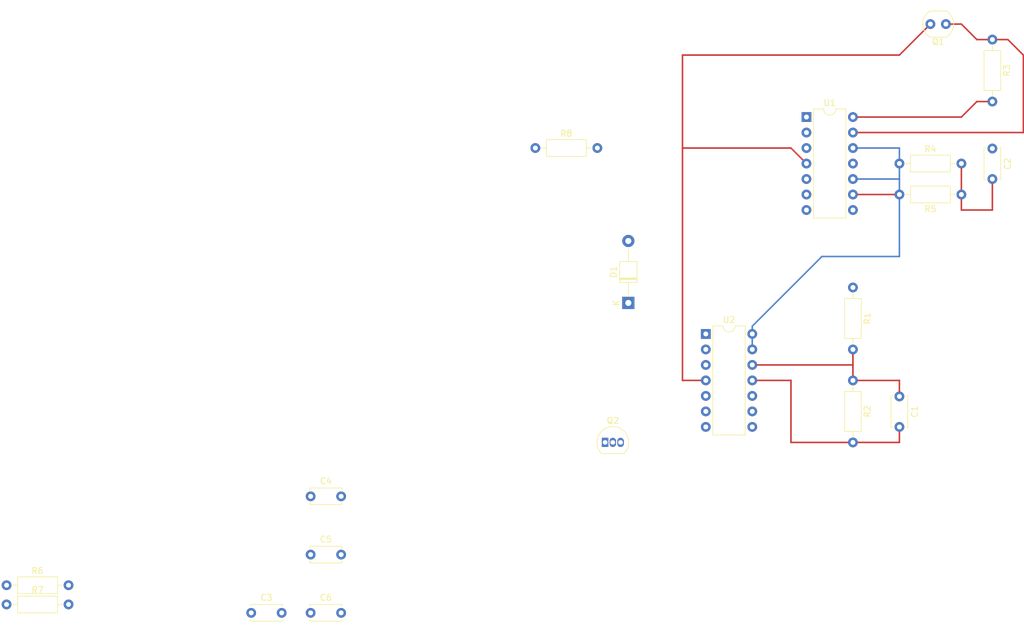
<source format=kicad_pcb>
(kicad_pcb (version 20221018) (generator pcbnew)
  (layers (0 "F.Cu" signal) (31 "B.Cu" signal) (34 "B.Paste" user) (35 "F.Paste" user) (36 "B.SilkS" user "B.Silkscreen") (37 "F.SilkS" user "F.Silkscreen") (38 "B.Mask" user) (39 "F.Mask" user) (44 "Edge.Cuts" user))
  (net 0 "")
  (net 1 "Net-(U2D-+)")
  (net 2 "GND")
  (net 3 "Net-(C2-Pad1)")
  (net 4 "Net-(C3-Pad1)")
  (net 5 "Net-(D1-A)")
  (net 6 "Net-(D1-K)")
  (net 7 "Net-(Q1-E)")
  (net 8 "+5V")
  (net 9 "Net-(C2-Pad2)")
  (net 10 "/+2.5V")
  (net 11 "Net-(U1C--)")
  (net 12 "Net-(U1B-+)")
  (net 13 "Net-(U2A--)")
  (net 14 "Net-(C3-Pad2)")
  (footprint "Resistor_THT:R_Axial_DIN0207_L6.3mm_D2.5mm_P10.16mm_Horizontal" (layer "F.Cu") (at 195.58 88.9)
    (fp_text reference "R4" (at 5.08 -2.37) (layer "F.SilkS"))
    (fp_text value "10k")
    (fp_line (start 1.04 0) (end 1.81 0) (stroke (width 0.12)) (layer "F.SilkS"))
    (fp_line (start 1.81 -1.37) (end 1.81 1.37) (stroke (width 0.12)) (layer "F.SilkS"))
    (fp_line (start 1.81 1.37) (end 8.35 1.37) (stroke (width 0.12)) (layer "F.SilkS"))
    (fp_line (start 8.35 -1.37) (end 1.81 -1.37) (stroke (width 0.12)) (layer "F.SilkS"))
    (fp_line (start 8.35 1.37) (end 8.35 -1.37) (stroke (width 0.12)) (layer "F.SilkS"))
    (fp_line (start 9.12 0) (end 8.35 0) (stroke (width 0.12)) (layer "F.SilkS"))
    (pad "1" thru_hole circle (at 0 0) (size 1.6 1.6) (drill 0.8) (layers "*.Cu" "*.Mask") (net 10 "/+2.5V"))
    (pad "2" thru_hole oval (at 10.16 0) (size 1.6 1.6) (drill 0.8) (layers "*.Cu" "*.Mask") (net 9 "Net-(C2-Pad2)"))
  )
  (footprint "Resistor_THT:R_Axial_DIN0207_L6.3mm_D2.5mm_P10.16mm_Horizontal" (layer "F.Cu") (at 49.210604 158.03)
    (fp_text reference "R6" (at 5.08 -2.37) (layer "F.SilkS"))
    (fp_text value "10k")
    (fp_line (start 1.04 0) (end 1.81 0) (stroke (width 0.12)) (layer "F.SilkS"))
    (fp_line (start 1.81 -1.37) (end 1.81 1.37) (stroke (width 0.12)) (layer "F.SilkS"))
    (fp_line (start 1.81 1.37) (end 8.35 1.37) (stroke (width 0.12)) (layer "F.SilkS"))
    (fp_line (start 8.35 -1.37) (end 1.81 -1.37) (stroke (width 0.12)) (layer "F.SilkS"))
    (fp_line (start 8.35 1.37) (end 8.35 -1.37) (stroke (width 0.12)) (layer "F.SilkS"))
    (fp_line (start 9.12 0) (end 8.35 0) (stroke (width 0.12)) (layer "F.SilkS"))
    (pad "1" thru_hole circle (at 0 0) (size 1.6 1.6) (drill 0.8) (layers "*.Cu" "*.Mask") (net 11 "Net-(U1C--)"))
    (pad "2" thru_hole oval (at 10.16 0) (size 1.6 1.6) (drill 0.8) (layers "*.Cu" "*.Mask") (net 4 "Net-(C3-Pad1)"))
  )
  (footprint "Capacitor_THT:C_Disc_D5.0mm_W2.5mm_P5.00mm" (layer "F.Cu") (at 89.315302 162.56)
    (fp_text reference "C3" (at 2.5 -2.5) (layer "F.SilkS"))
    (fp_text value "10nF")
    (fp_line (start -0.12 -1.37) (end -0.12 -1.055) (stroke (width 0.12)) (layer "F.SilkS"))
    (fp_line (start -0.12 -1.37) (end 5.12 -1.37) (stroke (width 0.12)) (layer "F.SilkS"))
    (fp_line (start -0.12 1.055) (end -0.12 1.37) (stroke (width 0.12)) (layer "F.SilkS"))
    (fp_line (start -0.12 1.37) (end 5.12 1.37) (stroke (width 0.12)) (layer "F.SilkS"))
    (fp_line (start 5.12 -1.37) (end 5.12 -1.055) (stroke (width 0.12)) (layer "F.SilkS"))
    (fp_line (start 5.12 1.055) (end 5.12 1.37) (stroke (width 0.12)) (layer "F.SilkS"))
    (pad "1" thru_hole circle (at 0 0) (size 1.6 1.6) (drill 0.8) (layers "*.Cu" "*.Mask") (net 4 "Net-(C3-Pad1)"))
    (pad "2" thru_hole circle (at 5 0) (size 1.6 1.6) (drill 0.8) (layers "*.Cu" "*.Mask") (net 14 "Net-(C3-Pad2)"))
  )
  (footprint "Package_TO_SOT_THT:TO-92_Inline" (layer "F.Cu") (at 147.33 134.615)
    (fp_text reference "Q2" (at 1.27 -3.56) (layer "F.SilkS"))
    (fp_text value "2N7000")
    (fp_line (start -0.53 1.85) (end 3.07 1.85) (stroke (width 0.12)) (layer "F.SilkS"))
    (fp_arc (start -0.568478 1.838478) (mid -1.132087 -0.994977) (end 1.27 -2.6) (stroke (width 0.12)) (layer "F.SilkS"))
    (fp_arc (start 1.27 -2.6) (mid 3.672087 -0.994977) (end 3.108478 1.838478) (stroke (width 0.12)) (layer "F.SilkS"))
    (pad "1" thru_hole rect (at 0 0) (size 1.05 1.5) (drill 0.75) (layers "*.Cu" "*.Mask") (net 2 "GND"))
    (pad "2" thru_hole oval (at 1.27 0) (size 1.05 1.5) (drill 0.75) (layers "*.Cu" "*.Mask"))
    (pad "3" thru_hole oval (at 2.54 0) (size 1.05 1.5) (drill 0.75) (layers "*.Cu" "*.Mask") (net 6 "Net-(D1-K)"))
  )
  (footprint "Capacitor_THT:C_Disc_D5.0mm_W2.5mm_P5.00mm" (layer "F.Cu") (at 99.06 143.46)
    (fp_text reference "C4" (at 2.5 -2.5) (layer "F.SilkS"))
    (fp_text value "22nF")
    (fp_line (start -0.12 -1.37) (end -0.12 -1.055) (stroke (width 0.12)) (layer "F.SilkS"))
    (fp_line (start -0.12 -1.37) (end 5.12 -1.37) (stroke (width 0.12)) (layer "F.SilkS"))
    (fp_line (start -0.12 1.055) (end -0.12 1.37) (stroke (width 0.12)) (layer "F.SilkS"))
    (fp_line (start -0.12 1.37) (end 5.12 1.37) (stroke (width 0.12)) (layer "F.SilkS"))
    (fp_line (start 5.12 -1.37) (end 5.12 -1.055) (stroke (width 0.12)) (layer "F.SilkS"))
    (fp_line (start 5.12 1.055) (end 5.12 1.37) (stroke (width 0.12)) (layer "F.SilkS"))
    (pad "1" thru_hole circle (at 0 0) (size 1.6 1.6) (drill 0.8) (layers "*.Cu" "*.Mask") (net 12 "Net-(U1B-+)"))
    (pad "2" thru_hole circle (at 5 0) (size 1.6 1.6) (drill 0.8) (layers "*.Cu" "*.Mask") (net 2 "GND"))
  )
  (footprint "Capacitor_THT:C_Disc_D5.0mm_W2.5mm_P5.00mm" (layer "F.Cu") (at 99.06 162.56)
    (fp_text reference "C6" (at 2.5 -2.5) (layer "F.SilkS"))
    (fp_text value "C")
    (fp_line (start -0.12 -1.37) (end -0.12 -1.055) (stroke (width 0.12)) (layer "F.SilkS"))
    (fp_line (start -0.12 -1.37) (end 5.12 -1.37) (stroke (width 0.12)) (layer "F.SilkS"))
    (fp_line (start -0.12 1.055) (end -0.12 1.37) (stroke (width 0.12)) (layer "F.SilkS"))
    (fp_line (start -0.12 1.37) (end 5.12 1.37) (stroke (width 0.12)) (layer "F.SilkS"))
    (fp_line (start 5.12 -1.37) (end 5.12 -1.055) (stroke (width 0.12)) (layer "F.SilkS"))
    (fp_line (start 5.12 1.055) (end 5.12 1.37) (stroke (width 0.12)) (layer "F.SilkS"))
    (pad "1" thru_hole circle (at 0 0) (size 1.6 1.6) (drill 0.8) (layers "*.Cu" "*.Mask") (net 6 "Net-(D1-K)"))
    (pad "2" thru_hole circle (at 5 0) (size 1.6 1.6) (drill 0.8) (layers "*.Cu" "*.Mask") (net 2 "GND"))
  )
  (footprint "Resistor_THT:R_Axial_DIN0207_L6.3mm_D2.5mm_P10.16mm_Horizontal" (layer "F.Cu") (at 187.96 124.46 -90)
    (fp_text reference "R2" (at 5.08 -2.37 90) (layer "F.SilkS"))
    (fp_text value "10k")
    (fp_line (start 1.04 0) (end 1.81 0) (stroke (width 0.12)) (layer "F.SilkS"))
    (fp_line (start 1.81 -1.37) (end 1.81 1.37) (stroke (width 0.12)) (layer "F.SilkS"))
    (fp_line (start 1.81 1.37) (end 8.35 1.37) (stroke (width 0.12)) (layer "F.SilkS"))
    (fp_line (start 8.35 -1.37) (end 1.81 -1.37) (stroke (width 0.12)) (layer "F.SilkS"))
    (fp_line (start 8.35 1.37) (end 8.35 -1.37) (stroke (width 0.12)) (layer "F.SilkS"))
    (fp_line (start 9.12 0) (end 8.35 0) (stroke (width 0.12)) (layer "F.SilkS"))
    (pad "1" thru_hole circle (at 0 0 270) (size 1.6 1.6) (drill 0.8) (layers "*.Cu" "*.Mask") (net 1 "Net-(U2D-+)"))
    (pad "2" thru_hole oval (at 10.16 0 270) (size 1.6 1.6) (drill 0.8) (layers "*.Cu" "*.Mask") (net 2 "GND"))
  )
  (footprint "Resistor_THT:R_Axial_DIN0207_L6.3mm_D2.5mm_P10.16mm_Horizontal" (layer "F.Cu") (at 187.96 109.22 -90)
    (fp_text reference "R1" (at 5.08 -2.37 90) (layer "F.SilkS"))
    (fp_text value "10k")
    (fp_line (start 1.04 0) (end 1.81 0) (stroke (width 0.12)) (layer "F.SilkS"))
    (fp_line (start 1.81 -1.37) (end 1.81 1.37) (stroke (width 0.12)) (layer "F.SilkS"))
    (fp_line (start 1.81 1.37) (end 8.35 1.37) (stroke (width 0.12)) (layer "F.SilkS"))
    (fp_line (start 8.35 -1.37) (end 1.81 -1.37) (stroke (width 0.12)) (layer "F.SilkS"))
    (fp_line (start 8.35 1.37) (end 8.35 -1.37) (stroke (width 0.12)) (layer "F.SilkS"))
    (fp_line (start 9.12 0) (end 8.35 0) (stroke (width 0.12)) (layer "F.SilkS"))
    (pad "1" thru_hole circle (at 0 0 270) (size 1.6 1.6) (drill 0.8) (layers "*.Cu" "*.Mask") (net 8 "+5V"))
    (pad "2" thru_hole oval (at 10.16 0 270) (size 1.6 1.6) (drill 0.8) (layers "*.Cu" "*.Mask") (net 1 "Net-(U2D-+)"))
  )
  (footprint "Capacitor_THT:C_Disc_D5.0mm_W2.5mm_P5.00mm" (layer "F.Cu") (at 210.82 86.44 -90)
    (fp_text reference "C2" (at 2.5 -2.5 90) (layer "F.SilkS"))
    (fp_text value "10nF")
    (fp_line (start -0.12 -1.37) (end -0.12 -1.055) (stroke (width 0.12)) (layer "F.SilkS"))
    (fp_line (start -0.12 -1.37) (end 5.12 -1.37) (stroke (width 0.12)) (layer "F.SilkS"))
    (fp_line (start -0.12 1.055) (end -0.12 1.37) (stroke (width 0.12)) (layer "F.SilkS"))
    (fp_line (start -0.12 1.37) (end 5.12 1.37) (stroke (width 0.12)) (layer "F.SilkS"))
    (fp_line (start 5.12 -1.37) (end 5.12 -1.055) (stroke (width 0.12)) (layer "F.SilkS"))
    (fp_line (start 5.12 1.055) (end 5.12 1.37) (stroke (width 0.12)) (layer "F.SilkS"))
    (pad "1" thru_hole circle (at 0 0 270) (size 1.6 1.6) (drill 0.8) (layers "*.Cu" "*.Mask") (net 3 "Net-(C2-Pad1)"))
    (pad "2" thru_hole circle (at 5 0 270) (size 1.6 1.6) (drill 0.8) (layers "*.Cu" "*.Mask") (net 9 "Net-(C2-Pad2)"))
  )
  (footprint "Package_DIP:DIP-14_W7.62mm" (layer "F.Cu") (at 180.34 81.28)
    (fp_text reference "U1" (at 3.81 -2.33) (layer "F.SilkS"))
    (fp_text value "LM6144xIx")
    (fp_line (start 1.16 -1.33) (end 1.16 16.57) (stroke (width 0.12)) (layer "F.SilkS"))
    (fp_line (start 1.16 16.57) (end 6.46 16.57) (stroke (width 0.12)) (layer "F.SilkS"))
    (fp_line (start 2.81 -1.33) (end 1.16 -1.33) (stroke (width 0.12)) (layer "F.SilkS"))
    (fp_line (start 6.46 -1.33) (end 4.81 -1.33) (stroke (width 0.12)) (layer "F.SilkS"))
    (fp_line (start 6.46 16.57) (end 6.46 -1.33) (stroke (width 0.12)) (layer "F.SilkS"))
    (fp_arc (start 4.81 -1.33) (mid 3.81 -0.33) (end 2.81 -1.33) (stroke (width 0.12)) (layer "F.SilkS"))
    (pad "1" thru_hole rect (at 0 0) (size 1.6 1.6) (drill 0.8) (layers "*.Cu" "*.Mask"))
    (pad "2" thru_hole oval (at 0 2.54) (size 1.6 1.6) (drill 0.8) (layers "*.Cu" "*.Mask"))
    (pad "3" thru_hole oval (at 0 5.08) (size 1.6 1.6) (drill 0.8) (layers "*.Cu" "*.Mask"))
    (pad "4" thru_hole oval (at 0 7.62) (size 1.6 1.6) (drill 0.8) (layers "*.Cu" "*.Mask") (net 8 "+5V"))
    (pad "5" thru_hole oval (at 0 10.16) (size 1.6 1.6) (drill 0.8) (layers "*.Cu" "*.Mask") (net 12 "Net-(U1B-+)"))
    (pad "6" thru_hole oval (at 0 12.7) (size 1.6 1.6) (drill 0.8) (layers "*.Cu" "*.Mask") (net 6 "Net-(D1-K)"))
    (pad "7" thru_hole oval (at 0 15.24) (size 1.6 1.6) (drill 0.8) (layers "*.Cu" "*.Mask") (net 5 "Net-(D1-A)"))
    (pad "8" thru_hole oval (at 7.62 15.24) (size 1.6 1.6) (drill 0.8) (layers "*.Cu" "*.Mask") (net 4 "Net-(C3-Pad1)"))
    (pad "9" thru_hole oval (at 7.62 12.7) (size 1.6 1.6) (drill 0.8) (layers "*.Cu" "*.Mask") (net 11 "Net-(U1C--)"))
    (pad "10" thru_hole oval (at 7.62 10.16) (size 1.6 1.6) (drill 0.8) (layers "*.Cu" "*.Mask") (net 10 "/+2.5V"))
    (pad "11" thru_hole oval (at 7.62 7.62) (size 1.6 1.6) (drill 0.8) (layers "*.Cu" "*.Mask") (net 2 "GND"))
    (pad "12" thru_hole oval (at 7.62 5.08) (size 1.6 1.6) (drill 0.8) (layers "*.Cu" "*.Mask") (net 10 "/+2.5V"))
    (pad "13" thru_hole oval (at 7.62 2.54) (size 1.6 1.6) (drill 0.8) (layers "*.Cu" "*.Mask") (net 7 "Net-(Q1-E)"))
    (pad "14" thru_hole oval (at 7.62 0) (size 1.6 1.6) (drill 0.8) (layers "*.Cu" "*.Mask") (net 3 "Net-(C2-Pad1)"))
  )
  (footprint "OptoDevice:R_LDR_4.9x4.2mm_P2.54mm_Vertical" (layer "F.Cu") (at 203.2 66.04 180)
    (fp_text reference "Q1" (at 1.27 -2.9) (layer "F.SilkS"))
    (fp_text value "LTR-3208E")
    (fp_line (start -0.05 -2.15) (end 2.6 -2.15) (stroke (width 0.12)) (layer "F.SilkS"))
    (fp_line (start -0.05 2.15) (end 2.6 2.15) (stroke (width 0.12)) (layer "F.SilkS"))
    (fp_arc (start -0.05 2.15) (mid -1.262424 0.01494) (end -0.075476 -2.134388) (stroke (width 0.12)) (layer "F.SilkS"))
    (fp_arc (start 2.6 -2.15) (mid 3.788646 -0.016616) (end 2.628027 2.132145) (stroke (width 0.12)) (layer "F.SilkS"))
    (pad "1" thru_hole circle (at 0 0 180) (size 1.6 1.6) (drill 0.8) (layers "*.Cu" "*.Mask") (net 7 "Net-(Q1-E)"))
    (pad "2" thru_hole circle (at 2.54 0 180) (size 1.6 1.6) (drill 0.8) (layers "*.Cu" "*.Mask") (net 8 "+5V"))
  )
  (footprint "Capacitor_THT:C_Disc_D5.0mm_W2.5mm_P5.00mm" (layer "F.Cu") (at 195.58 127.08 -90)
    (fp_text reference "C1" (at 2.5 -2.5 90) (layer "F.SilkS"))
    (fp_text value "C")
    (fp_line (start -0.12 -1.37) (end -0.12 -1.055) (stroke (width 0.12)) (layer "F.SilkS"))
    (fp_line (start -0.12 -1.37) (end 5.12 -1.37) (stroke (width 0.12)) (layer "F.SilkS"))
    (fp_line (start -0.12 1.055) (end -0.12 1.37) (stroke (width 0.12)) (layer "F.SilkS"))
    (fp_line (start -0.12 1.37) (end 5.12 1.37) (stroke (width 0.12)) (layer "F.SilkS"))
    (fp_line (start 5.12 -1.37) (end 5.12 -1.055) (stroke (width 0.12)) (layer "F.SilkS"))
    (fp_line (start 5.12 1.055) (end 5.12 1.37) (stroke (width 0.12)) (layer "F.SilkS"))
    (pad "1" thru_hole circle (at 0 0 270) (size 1.6 1.6) (drill 0.8) (layers "*.Cu" "*.Mask") (net 1 "Net-(U2D-+)"))
    (pad "2" thru_hole circle (at 5 0 270) (size 1.6 1.6) (drill 0.8) (layers "*.Cu" "*.Mask") (net 2 "GND"))
  )
  (footprint "Resistor_THT:R_Axial_DIN0207_L6.3mm_D2.5mm_P10.16mm_Horizontal" (layer "F.Cu") (at 49.210604 161.18)
    (fp_text reference "R7" (at 5.08 -2.37) (layer "F.SilkS"))
    (fp_text value "10k")
    (fp_line (start 1.04 0) (end 1.81 0) (stroke (width 0.12)) (layer "F.SilkS"))
    (fp_line (start 1.81 -1.37) (end 1.81 1.37) (stroke (width 0.12)) (layer "F.SilkS"))
    (fp_line (start 1.81 1.37) (end 8.35 1.37) (stroke (width 0.12)) (layer "F.SilkS"))
    (fp_line (start 8.35 -1.37) (end 1.81 -1.37) (stroke (width 0.12)) (layer "F.SilkS"))
    (fp_line (start 8.35 1.37) (end 8.35 -1.37) (stroke (width 0.12)) (layer "F.SilkS"))
    (fp_line (start 9.12 0) (end 8.35 0) (stroke (width 0.12)) (layer "F.SilkS"))
    (pad "1" thru_hole circle (at 0 0) (size 1.6 1.6) (drill 0.8) (layers "*.Cu" "*.Mask") (net 10 "/+2.5V"))
    (pad "2" thru_hole oval (at 10.16 0) (size 1.6 1.6) (drill 0.8) (layers "*.Cu" "*.Mask") (net 14 "Net-(C3-Pad2)"))
  )
  (footprint "Resistor_THT:R_Axial_DIN0207_L6.3mm_D2.5mm_P10.16mm_Horizontal" (layer "F.Cu") (at 210.82 68.58 -90)
    (fp_text reference "R3" (at 5.08 -2.37 90) (layer "F.SilkS"))
    (fp_text value "680")
    (fp_line (start 1.04 0) (end 1.81 0) (stroke (width 0.12)) (layer "F.SilkS"))
    (fp_line (start 1.81 -1.37) (end 1.81 1.37) (stroke (width 0.12)) (layer "F.SilkS"))
    (fp_line (start 1.81 1.37) (end 8.35 1.37) (stroke (width 0.12)) (layer "F.SilkS"))
    (fp_line (start 8.35 -1.37) (end 1.81 -1.37) (stroke (width 0.12)) (layer "F.SilkS"))
    (fp_line (start 8.35 1.37) (end 8.35 -1.37) (stroke (width 0.12)) (layer "F.SilkS"))
    (fp_line (start 9.12 0) (end 8.35 0) (stroke (width 0.12)) (layer "F.SilkS"))
    (pad "1" thru_hole circle (at 0 0 270) (size 1.6 1.6) (drill 0.8) (layers "*.Cu" "*.Mask") (net 7 "Net-(Q1-E)"))
    (pad "2" thru_hole oval (at 10.16 0 270) (size 1.6 1.6) (drill 0.8) (layers "*.Cu" "*.Mask") (net 3 "Net-(C2-Pad1)"))
  )
  (footprint "Resistor_THT:R_Axial_DIN0207_L6.3mm_D2.5mm_P10.16mm_Horizontal" (layer "F.Cu") (at 135.9 86.355)
    (fp_text reference "R8" (at 5.08 -2.37) (layer "F.SilkS"))
    (fp_text value "470")
    (fp_line (start 1.04 0) (end 1.81 0) (stroke (width 0.12)) (layer "F.SilkS"))
    (fp_line (start 1.81 -1.37) (end 1.81 1.37) (stroke (width 0.12)) (layer "F.SilkS"))
    (fp_line (start 1.81 1.37) (end 8.35 1.37) (stroke (width 0.12)) (layer "F.SilkS"))
    (fp_line (start 8.35 -1.37) (end 1.81 -1.37) (stroke (width 0.12)) (layer "F.SilkS"))
    (fp_line (start 8.35 1.37) (end 8.35 -1.37) (stroke (width 0.12)) (layer "F.SilkS"))
    (fp_line (start 9.12 0) (end 8.35 0) (stroke (width 0.12)) (layer "F.SilkS"))
    (pad "1" thru_hole circle (at 0 0) (size 1.6 1.6) (drill 0.8) (layers "*.Cu" "*.Mask"))
    (pad "2" thru_hole oval (at 10.16 0) (size 1.6 1.6) (drill 0.8) (layers "*.Cu" "*.Mask") (net 12 "Net-(U1B-+)"))
  )
  (footprint "Diode_THT:D_T-1_P10.16mm_Horizontal" (layer "F.Cu") (at 151.14 111.755 90)
    (fp_text reference "D1" (at 5.08 -2.42 90) (layer "F.SilkS"))
    (fp_text value "D")
    (fp_text user "K" (at 0 -2 90) (layer "F.SilkS"))
    (fp_line (start 1.24 0) (end 3.36 0) (stroke (width 0.12)) (layer "F.SilkS"))
    (fp_line (start 3.36 -1.42) (end 3.36 1.42) (stroke (width 0.12)) (layer "F.SilkS"))
    (fp_line (start 3.36 1.42) (end 6.8 1.42) (stroke (width 0.12)) (layer "F.SilkS"))
    (fp_line (start 3.84 -1.42) (end 3.84 1.42) (stroke (width 0.12)) (layer "F.SilkS"))
    (fp_line (start 3.96 -1.42) (end 3.96 1.42) (stroke (width 0.12)) (layer "F.SilkS"))
    (fp_line (start 4.08 -1.42) (end 4.08 1.42) (stroke (width 0.12)) (layer "F.SilkS"))
    (fp_line (start 6.8 -1.42) (end 3.36 -1.42) (stroke (width 0.12)) (layer "F.SilkS"))
    (fp_line (start 6.8 1.42) (end 6.8 -1.42) (stroke (width 0.12)) (layer "F.SilkS"))
    (fp_line (start 8.92 0) (end 6.8 0) (stroke (width 0.12)) (layer "F.SilkS"))
    (pad "1" thru_hole rect (at 0 0 90) (size 2 2) (drill 1) (layers "*.Cu" "*.Mask") (net 6 "Net-(D1-K)"))
    (pad "2" thru_hole oval (at 10.16 0 90) (size 2 2) (drill 1) (layers "*.Cu" "*.Mask") (net 5 "Net-(D1-A)"))
  )
  (footprint "Capacitor_THT:C_Disc_D5.0mm_W2.5mm_P5.00mm" (layer "F.Cu") (at 99.06 153.01)
    (fp_text reference "C5" (at 2.5 -2.5) (layer "F.SilkS"))
    (fp_text value "C")
    (fp_line (start -0.12 -1.37) (end -0.12 -1.055) (stroke (width 0.12)) (layer "F.SilkS"))
    (fp_line (start -0.12 -1.37) (end 5.12 -1.37) (stroke (width 0.12)) (layer "F.SilkS"))
    (fp_line (start -0.12 1.055) (end -0.12 1.37) (stroke (width 0.12)) (layer "F.SilkS"))
    (fp_line (start -0.12 1.37) (end 5.12 1.37) (stroke (width 0.12)) (layer "F.SilkS"))
    (fp_line (start 5.12 -1.37) (end 5.12 -1.055) (stroke (width 0.12)) (layer "F.SilkS"))
    (fp_line (start 5.12 1.055) (end 5.12 1.37) (stroke (width 0.12)) (layer "F.SilkS"))
    (pad "1" thru_hole circle (at 0 0) (size 1.6 1.6) (drill 0.8) (layers "*.Cu" "*.Mask") (net 6 "Net-(D1-K)"))
    (pad "2" thru_hole circle (at 5 0) (size 1.6 1.6) (drill 0.8) (layers "*.Cu" "*.Mask") (net 5 "Net-(D1-A)"))
  )
  (footprint "Resistor_THT:R_Axial_DIN0207_L6.3mm_D2.5mm_P10.16mm_Horizontal" (layer "F.Cu") (at 205.74 93.98 180)
    (fp_text reference "R5" (at 5.08 -2.37) (layer "F.SilkS"))
    (fp_text value "2.2k")
    (fp_line (start 1.04 0) (end 1.81 0) (stroke (width 0.12)) (layer "F.SilkS"))
    (fp_line (start 1.81 -1.37) (end 1.81 1.37) (stroke (width 0.12)) (layer "F.SilkS"))
    (fp_line (start 1.81 1.37) (end 8.35 1.37) (stroke (width 0.12)) (layer "F.SilkS"))
    (fp_line (start 8.35 -1.37) (end 1.81 -1.37) (stroke (width 0.12)) (layer "F.SilkS"))
    (fp_line (start 8.35 1.37) (end 8.35 -1.37) (stroke (width 0.12)) (layer "F.SilkS"))
    (fp_line (start 9.12 0) (end 8.35 0) (stroke (width 0.12)) (layer "F.SilkS"))
    (pad "1" thru_hole circle (at 0 0 180) (size 1.6 1.6) (drill 0.8) (layers "*.Cu" "*.Mask") (net 9 "Net-(C2-Pad2)"))
    (pad "2" thru_hole oval (at 10.16 0 180) (size 1.6 1.6) (drill 0.8) (layers "*.Cu" "*.Mask") (net 11 "Net-(U1C--)"))
  )
  (footprint "Package_DIP:DIP-14_W7.62mm" (layer "F.Cu") (at 163.84 116.835)
    (fp_text reference "U2" (at 3.81 -2.33) (layer "F.SilkS"))
    (fp_text value "MCP6294")
    (fp_line (start 1.16 -1.33) (end 1.16 16.57) (stroke (width 0.12)) (layer "F.SilkS"))
    (fp_line (start 1.16 16.57) (end 6.46 16.57) (stroke (width 0.12)) (layer "F.SilkS"))
    (fp_line (start 2.81 -1.33) (end 1.16 -1.33) (stroke (width 0.12)) (layer "F.SilkS"))
    (fp_line (start 6.46 -1.33) (end 4.81 -1.33) (stroke (width 0.12)) (layer "F.SilkS"))
    (fp_line (start 6.46 16.57) (end 6.46 -1.33) (stroke (width 0.12)) (layer "F.SilkS"))
    (fp_arc (start 4.81 -1.33) (mid 3.81 -0.33) (end 2.81 -1.33) (stroke (width 0.12)) (layer "F.SilkS"))
    (pad "1" thru_hole rect (at 0 0) (size 1.6 1.6) (drill 0.8) (layers "*.Cu" "*.Mask") (net 13 "Net-(U2A--)"))
    (pad "2" thru_hole oval (at 0 2.54) (size 1.6 1.6) (drill 0.8) (layers "*.Cu" "*.Mask") (net 13 "Net-(U2A--)"))
    (pad "3" thru_hole oval (at 0 5.08) (size 1.6 1.6) (drill 0.8) (layers "*.Cu" "*.Mask") (net 6 "Net-(D1-K)"))
    (pad "4" thru_hole oval (at 0 7.62) (size 1.6 1.6) (drill 0.8) (layers "*.Cu" "*.Mask") (net 8 "+5V"))
    (pad "5" thru_hole oval (at 0 10.16) (size 1.6 1.6) (drill 0.8) (layers "*.Cu" "*.Mask"))
    (pad "6" thru_hole oval (at 0 12.7) (size 1.6 1.6) (drill 0.8) (layers "*.Cu" "*.Mask"))
    (pad "7" thru_hole oval (at 0 15.24) (size 1.6 1.6) (drill 0.8) (layers "*.Cu" "*.Mask"))
    (pad "8" thru_hole oval (at 7.62 15.24) (size 1.6 1.6) (drill 0.8) (layers "*.Cu" "*.Mask"))
    (pad "9" thru_hole oval (at 7.62 12.7) (size 1.6 1.6) (drill 0.8) (layers "*.Cu" "*.Mask"))
    (pad "10" thru_hole oval (at 7.62 10.16) (size 1.6 1.6) (drill 0.8) (layers "*.Cu" "*.Mask"))
    (pad "11" thru_hole oval (at 7.62 7.62) (size 1.6 1.6) (drill 0.8) (layers "*.Cu" "*.Mask") (net 2 "GND"))
    (pad "12" thru_hole oval (at 7.62 5.08) (size 1.6 1.6) (drill 0.8) (layers "*.Cu" "*.Mask") (net 1 "Net-(U2D-+)"))
    (pad "13" thru_hole oval (at 7.62 2.54) (size 1.6 1.6) (drill 0.8) (layers "*.Cu" "*.Mask") (net 10 "/+2.5V"))
    (pad "14" thru_hole oval (at 7.62 0) (size 1.6 1.6) (drill 0.8) (layers "*.Cu" "*.Mask") (net 10 "/+2.5V"))
  )
  (segment (start 195.58 127.08) (end 195.58 124.46) (width 0.25) (layer "F.Cu") (net 1))
  (segment (start 195.58 124.46) (end 187.96 124.46) (width 0.25) (layer "F.Cu") (net 1))
  (segment (start 187.96 121.92) (end 171.465 121.92) (width 0.25) (layer "F.Cu") (net 1))
  (segment (start 187.96 124.46) (end 187.96 119.38) (width 0.25) (layer "F.Cu") (net 1))
  (segment (start 171.465 121.92) (end 171.46 121.915) (width 0.25) (layer "F.Cu") (net 1))
  (segment (start 187.96 134.62) (end 195.58 134.62) (width 0.25) (layer "F.Cu") (net 2))
  (segment (start 195.58 134.62) (end 195.58 132.08) (width 0.25) (layer "F.Cu") (net 2))
  (segment (start 171.46 124.455) (end 177.795 124.455) (width 0.25) (layer "F.Cu") (net 2))
  (segment (start 177.8 124.46) (end 177.8 134.62) (width 0.25) (layer "F.Cu") (net 2))
  (segment (start 177.8 134.62) (end 187.96 134.62) (width 0.25) (layer "F.Cu") (net 2))
  (segment (start 177.795 124.455) (end 177.8 124.46) (width 0.25) (layer "F.Cu") (net 2))
  (segment (start 208.28 78.74) (end 205.74 81.28) (width 0.25) (layer "F.Cu") (net 3))
  (segment (start 210.82 78.74) (end 208.28 78.74) (width 0.25) (layer "F.Cu") (net 3))
  (segment (start 205.74 81.28) (end 187.96 81.28) (width 0.25) (layer "F.Cu") (net 3))
  (segment (start 205.74 66.04) (end 208.28 68.58) (width 0.25) (layer "F.Cu") (net 7))
  (segment (start 208.28 68.58) (end 210.82 68.58) (width 0.25) (layer "F.Cu") (net 7))
  (segment (start 215.9 83.82) (end 187.96 83.82) (width 0.25) (layer "F.Cu") (net 7))
  (segment (start 215.9 71.12) (end 215.9 83.82) (width 0.25) (layer "F.Cu") (net 7))
  (segment (start 210.82 68.58) (end 213.36 68.58) (width 0.25) (layer "F.Cu") (net 7))
  (segment (start 213.36 68.58) (end 215.9 71.12) (width 0.25) (layer "F.Cu") (net 7))
  (segment (start 203.2 66.04) (end 205.74 66.04) (width 0.25) (layer "F.Cu") (net 7))
  (segment (start 160.02 86.36) (end 160.02 124.46) (width 0.25) (layer "F.Cu") (net 8))
  (segment (start 160.02 124.46) (end 160.025 124.455) (width 0.25) (layer "F.Cu") (net 8))
  (segment (start 160.025 124.455) (end 163.84 124.455) (width 0.25) (layer "F.Cu") (net 8))
  (segment (start 177.8 86.36) (end 160.02 86.36) (width 0.25) (layer "F.Cu") (net 8))
  (segment (start 180.34 88.9) (end 177.8 86.36) (width 0.25) (layer "F.Cu") (net 8))
  (segment (start 160.02 71.12) (end 195.58 71.12) (width 0.25) (layer "F.Cu") (net 8))
  (segment (start 160.02 86.36) (end 160.02 71.12) (width 0.25) (layer "F.Cu") (net 8))
  (segment (start 195.58 71.12) (end 200.66 66.04) (width 0.25) (layer "F.Cu") (net 8))
  (segment (start 210.82 91.44) (end 210.82 96.52) (width 0.25) (layer "F.Cu") (net 9))
  (segment (start 205.74 88.9) (end 205.74 96.52) (width 0.25) (layer "F.Cu") (net 9))
  (segment (start 210.82 96.52) (end 205.74 96.52) (width 0.25) (layer "F.Cu") (net 9))
  (segment (start 195.58 86.36) (end 195.58 88.9) (width 0.25) (layer "B.Cu") (net 10))
  (segment (start 195.58 91.44) (end 187.96 91.44) (width 0.25) (layer "B.Cu") (net 10))
  (segment (start 195.58 104.14) (end 195.58 91.44) (width 0.25) (layer "B.Cu") (net 10))
  (segment (start 187.96 86.36) (end 195.58 86.36) (width 0.25) (layer "B.Cu") (net 10))
  (segment (start 171.46 115.56) (end 182.88 104.14) (width 0.25) (layer "B.Cu") (net 10))
  (segment (start 171.46 116.835) (end 171.46 119.375) (width 0.25) (layer "B.Cu") (net 10))
  (segment (start 195.58 88.9) (end 195.58 91.44) (width 0.25) (layer "B.Cu") (net 10))
  (segment (start 171.46 116.835) (end 171.46 115.56) (width 0.25) (layer "B.Cu") (net 10))
  (segment (start 182.88 104.14) (end 195.58 104.14) (width 0.25) (layer "B.Cu") (net 10))
  (segment (start 195.58 93.98) (end 187.96 93.98) (width 0.25) (layer "F.Cu") (net 11))
)
</source>
